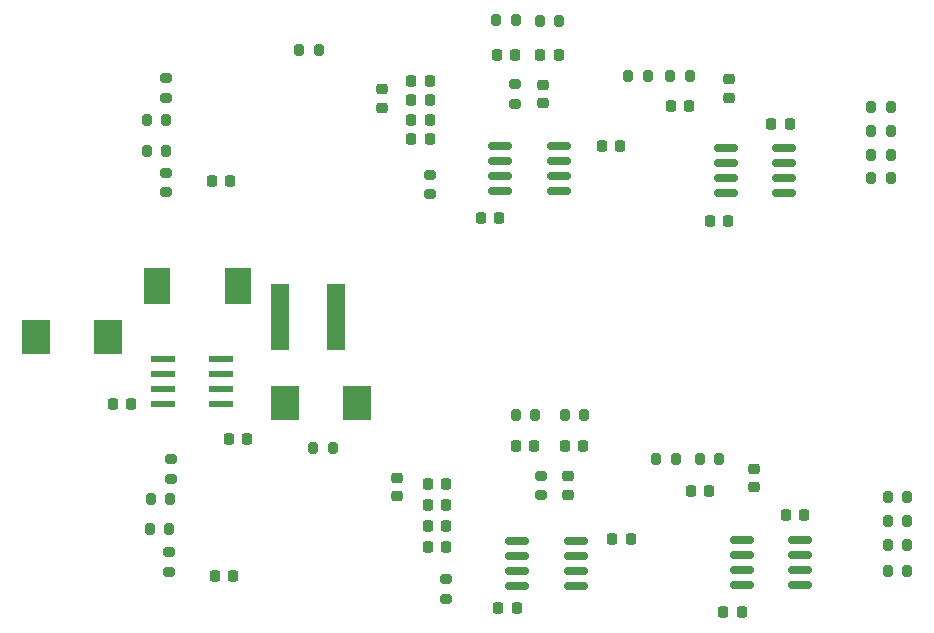
<source format=gbr>
%TF.GenerationSoftware,KiCad,Pcbnew,(6.99.0)*%
%TF.CreationDate,2022-07-26T17:29:38-07:00*%
%TF.ProjectId,eog-pcb-kicad,656f672d-7063-4622-9d6b-696361642e6b,rev?*%
%TF.SameCoordinates,Original*%
%TF.FileFunction,Paste,Top*%
%TF.FilePolarity,Positive*%
%FSLAX46Y46*%
G04 Gerber Fmt 4.6, Leading zero omitted, Abs format (unit mm)*
G04 Created by KiCad (PCBNEW (6.99.0)) date 2022-07-26 17:29:38*
%MOMM*%
%LPD*%
G01*
G04 APERTURE LIST*
G04 Aperture macros list*
%AMRoundRect*
0 Rectangle with rounded corners*
0 $1 Rounding radius*
0 $2 $3 $4 $5 $6 $7 $8 $9 X,Y pos of 4 corners*
0 Add a 4 corners polygon primitive as box body*
4,1,4,$2,$3,$4,$5,$6,$7,$8,$9,$2,$3,0*
0 Add four circle primitives for the rounded corners*
1,1,$1+$1,$2,$3*
1,1,$1+$1,$4,$5*
1,1,$1+$1,$6,$7*
1,1,$1+$1,$8,$9*
0 Add four rect primitives between the rounded corners*
20,1,$1+$1,$2,$3,$4,$5,0*
20,1,$1+$1,$4,$5,$6,$7,0*
20,1,$1+$1,$6,$7,$8,$9,0*
20,1,$1+$1,$8,$9,$2,$3,0*%
G04 Aperture macros list end*
%ADD10RoundRect,0.041300X-0.943700X-0.253700X0.943700X-0.253700X0.943700X0.253700X-0.943700X0.253700X0*%
%ADD11R,1.600000X5.700000*%
%ADD12R,2.250000X3.120000*%
%ADD13R,2.400000X2.900000*%
%ADD14RoundRect,0.225000X-0.225000X-0.250000X0.225000X-0.250000X0.225000X0.250000X-0.225000X0.250000X0*%
%ADD15RoundRect,0.225000X-0.250000X0.225000X-0.250000X-0.225000X0.250000X-0.225000X0.250000X0.225000X0*%
%ADD16RoundRect,0.150000X-0.825000X-0.150000X0.825000X-0.150000X0.825000X0.150000X-0.825000X0.150000X0*%
%ADD17RoundRect,0.200000X0.200000X0.275000X-0.200000X0.275000X-0.200000X-0.275000X0.200000X-0.275000X0*%
%ADD18RoundRect,0.200000X-0.200000X-0.275000X0.200000X-0.275000X0.200000X0.275000X-0.200000X0.275000X0*%
%ADD19RoundRect,0.200000X-0.275000X0.200000X-0.275000X-0.200000X0.275000X-0.200000X0.275000X0.200000X0*%
%ADD20RoundRect,0.225000X0.250000X-0.225000X0.250000X0.225000X-0.250000X0.225000X-0.250000X-0.225000X0*%
%ADD21RoundRect,0.200000X0.275000X-0.200000X0.275000X0.200000X-0.275000X0.200000X-0.275000X-0.200000X0*%
%ADD22RoundRect,0.225000X0.225000X0.250000X-0.225000X0.250000X-0.225000X-0.250000X0.225000X-0.250000X0*%
G04 APERTURE END LIST*
D10*
%TO.C,U8*%
X110364500Y-97396000D03*
X110364500Y-98666000D03*
X110364500Y-99936000D03*
X110364500Y-101206000D03*
X115314500Y-101206000D03*
X115314500Y-99936000D03*
X115314500Y-98666000D03*
X115314500Y-97396000D03*
%TD*%
D11*
%TO.C,L1*%
X120321500Y-93840000D03*
X125021500Y-93840000D03*
%TD*%
D12*
%TO.C,D1*%
X116784000Y-91173000D03*
X109874000Y-91173000D03*
%TD*%
D13*
%TO.C,C4*%
X99682500Y-95491000D03*
X105782500Y-95491000D03*
%TD*%
%TO.C,C1*%
X120764500Y-101079000D03*
X126864500Y-101079000D03*
%TD*%
D14*
%TO.C,C203*%
X132842000Y-107950000D03*
X134392000Y-107950000D03*
%TD*%
%TO.C,C202*%
X132842000Y-109728000D03*
X134392000Y-109728000D03*
%TD*%
%TO.C,C201*%
X132829000Y-111506000D03*
X134379000Y-111506000D03*
%TD*%
%TO.C,C83*%
X131432000Y-73787000D03*
X132982000Y-73787000D03*
%TD*%
%TO.C,C82*%
X131432000Y-75438000D03*
X132982000Y-75438000D03*
%TD*%
%TO.C,C81*%
X131432000Y-77089000D03*
X132982000Y-77089000D03*
%TD*%
D15*
%TO.C,C19*%
X130238500Y-107416000D03*
X130238500Y-108966000D03*
%TD*%
D16*
%TO.C,U6*%
X159404500Y-112712500D03*
X159404500Y-113982500D03*
X159404500Y-115252500D03*
X159404500Y-116522500D03*
X164354500Y-116522500D03*
X164354500Y-115252500D03*
X164354500Y-113982500D03*
X164354500Y-112712500D03*
%TD*%
D17*
%TO.C,R15*%
X143945000Y-68707000D03*
X142295000Y-68707000D03*
%TD*%
%TO.C,R25*%
X173431000Y-113144000D03*
X171781000Y-113144000D03*
%TD*%
D14*
%TO.C,C6*%
X114531000Y-82270000D03*
X116081000Y-82270000D03*
%TD*%
D18*
%TO.C,R4*%
X151447000Y-73406000D03*
X149797000Y-73406000D03*
%TD*%
D19*
%TO.C,D5*%
X111061500Y-105842000D03*
X111061500Y-107492000D03*
%TD*%
%TO.C,R13*%
X140233000Y-74092000D03*
X140233000Y-75742000D03*
%TD*%
D14*
%TO.C,C23*%
X144449500Y-104762000D03*
X145999500Y-104762000D03*
%TD*%
D18*
%TO.C,R2*%
X109020000Y-77126000D03*
X110670000Y-77126000D03*
%TD*%
D17*
%TO.C,R9*%
X172025000Y-82029000D03*
X170375000Y-82029000D03*
%TD*%
D20*
%TO.C,C14*%
X142612000Y-75692000D03*
X142612000Y-74142000D03*
%TD*%
D21*
%TO.C,D2*%
X110680500Y-83235000D03*
X110680500Y-81585000D03*
%TD*%
D16*
%TO.C,U4*%
X138939500Y-79362000D03*
X138939500Y-80632000D03*
X138939500Y-81902000D03*
X138939500Y-83172000D03*
X143889500Y-83172000D03*
X143889500Y-81902000D03*
X143889500Y-80632000D03*
X143889500Y-79362000D03*
%TD*%
D18*
%TO.C,R17*%
X109284000Y-111772500D03*
X110934000Y-111772500D03*
%TD*%
%TO.C,R20*%
X155829000Y-105835250D03*
X157479000Y-105835250D03*
%TD*%
D14*
%TO.C,C18*%
X114810000Y-115775500D03*
X116360000Y-115775500D03*
%TD*%
%TO.C,C27*%
X138798000Y-118478000D03*
X140348000Y-118478000D03*
%TD*%
D17*
%TO.C,R29*%
X173431000Y-109080000D03*
X171781000Y-109080000D03*
%TD*%
D22*
%TO.C,C17*%
X156616000Y-108552750D03*
X155066000Y-108552750D03*
%TD*%
D18*
%TO.C,R1*%
X109020000Y-79730000D03*
X110670000Y-79730000D03*
%TD*%
%TO.C,R5*%
X155003000Y-73406000D03*
X153353000Y-73406000D03*
%TD*%
D22*
%TO.C,C33*%
X107698500Y-101206000D03*
X106148500Y-101206000D03*
%TD*%
%TO.C,C11*%
X147552000Y-79362000D03*
X149102000Y-79362000D03*
%TD*%
%TO.C,C26*%
X150000000Y-112636000D03*
X148450000Y-112636000D03*
%TD*%
D17*
%TO.C,R26*%
X141921500Y-102095000D03*
X140271500Y-102095000D03*
%TD*%
%TO.C,R30*%
X146049500Y-102095000D03*
X144399500Y-102095000D03*
%TD*%
D14*
%TO.C,C21*%
X140258500Y-104762000D03*
X141808500Y-104762000D03*
%TD*%
D22*
%TO.C,C25*%
X159398000Y-118808500D03*
X157848000Y-118808500D03*
%TD*%
D15*
%TO.C,C3*%
X158305000Y-75235000D03*
X158305000Y-73685000D03*
%TD*%
D17*
%TO.C,R24*%
X173431000Y-115303000D03*
X171781000Y-115303000D03*
%TD*%
D20*
%TO.C,C22*%
X144716500Y-108839000D03*
X144716500Y-107289000D03*
%TD*%
D14*
%TO.C,C9*%
X161902000Y-77444000D03*
X163452000Y-77444000D03*
%TD*%
D18*
%TO.C,R3*%
X121920500Y-71234000D03*
X123570500Y-71234000D03*
%TD*%
D17*
%TO.C,R11*%
X140261000Y-68694000D03*
X138611000Y-68694000D03*
%TD*%
D18*
%TO.C,R19*%
X123127000Y-104889000D03*
X124777000Y-104889000D03*
%TD*%
D22*
%TO.C,C10*%
X158245000Y-85699000D03*
X156695000Y-85699000D03*
%TD*%
D21*
%TO.C,R23*%
X134353000Y-117652000D03*
X134353000Y-116002000D03*
%TD*%
D14*
%TO.C,C12*%
X137337500Y-85445000D03*
X138887500Y-85445000D03*
%TD*%
%TO.C,C20*%
X132816000Y-113284000D03*
X134366000Y-113284000D03*
%TD*%
D17*
%TO.C,R12*%
X172025000Y-78092000D03*
X170375000Y-78092000D03*
%TD*%
D15*
%TO.C,C16*%
X160413000Y-106647750D03*
X160413000Y-108197750D03*
%TD*%
%TO.C,C7*%
X128905000Y-74523000D03*
X128905000Y-76073000D03*
%TD*%
D14*
%TO.C,C15*%
X142345000Y-71615000D03*
X143895000Y-71615000D03*
%TD*%
D21*
%TO.C,R8*%
X133032500Y-83426000D03*
X133032500Y-81776000D03*
%TD*%
D19*
%TO.C,D3*%
X110680500Y-73584000D03*
X110680500Y-75234000D03*
%TD*%
D18*
%TO.C,R16*%
X109347000Y-109232500D03*
X110997000Y-109232500D03*
%TD*%
D16*
%TO.C,U3*%
X158043000Y-79476000D03*
X158043000Y-80746000D03*
X158043000Y-82016000D03*
X158043000Y-83286000D03*
X162993000Y-83286000D03*
X162993000Y-82016000D03*
X162993000Y-80746000D03*
X162993000Y-79476000D03*
%TD*%
D18*
%TO.C,R18*%
X152146000Y-105835250D03*
X153796000Y-105835250D03*
%TD*%
D14*
%TO.C,C24*%
X163136500Y-110553500D03*
X164686500Y-110553500D03*
%TD*%
D19*
%TO.C,R28*%
X142430500Y-107239000D03*
X142430500Y-108889000D03*
%TD*%
D16*
%TO.C,U7*%
X140400000Y-112763000D03*
X140400000Y-114033000D03*
X140400000Y-115303000D03*
X140400000Y-116573000D03*
X145350000Y-116573000D03*
X145350000Y-115303000D03*
X145350000Y-114033000D03*
X145350000Y-112763000D03*
%TD*%
D22*
%TO.C,C2*%
X117551500Y-104140000D03*
X116001500Y-104140000D03*
%TD*%
D21*
%TO.C,D4*%
X110934500Y-115366000D03*
X110934500Y-113716000D03*
%TD*%
D17*
%TO.C,R14*%
X172011000Y-76047000D03*
X170361000Y-76047000D03*
%TD*%
D22*
%TO.C,C5*%
X153403000Y-75946000D03*
X154953000Y-75946000D03*
%TD*%
D14*
%TO.C,C13*%
X138662000Y-71615000D03*
X140212000Y-71615000D03*
%TD*%
%TO.C,C8*%
X131432000Y-78740000D03*
X132982000Y-78740000D03*
%TD*%
D17*
%TO.C,R27*%
X173431000Y-111112000D03*
X171781000Y-111112000D03*
%TD*%
%TO.C,R10*%
X172025000Y-80124000D03*
X170375000Y-80124000D03*
%TD*%
M02*

</source>
